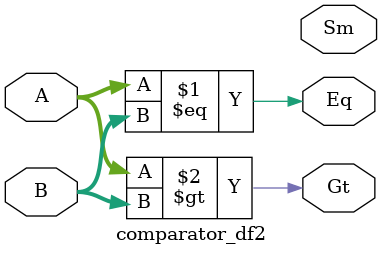
<source format=v>
module comparator_df2(Eq, Gt, Sm, A, B);
  
  input [3:0]A, B;
  output Eq, Gt, Sm;
  
  assign Eq= (A==B);
  assign Gt= (A>B);
  assign sm= (A<B);
  
endmodule

</source>
